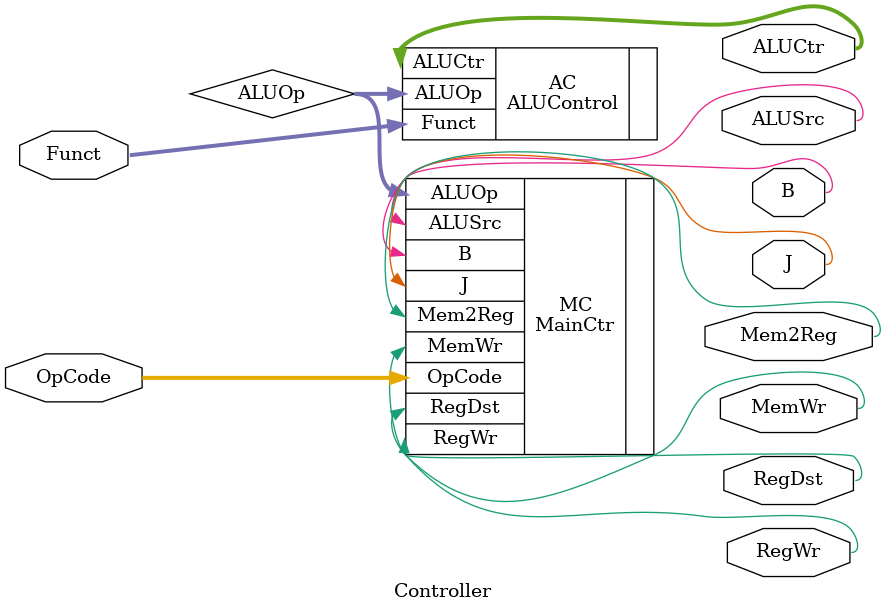
<source format=v>
`timescale 1ns / 1ps
module Controller (OpCode, Funct, J, B, RegDst, RegWr, ALUSrc, MemWr, Mem2Reg, ALUCtr);
    input [5:0] OpCode;
    input [5:0] Funct;
    output J;
    output B;
    output RegDst;
    output RegWr;
    output ALUSrc;
    output MemWr;
    output Mem2Reg;
    output [3:0] ALUCtr;

    wire [1:0] ALUOp;

    MainCtr MC (
        .OpCode(OpCode),
        .J(J),
        .B(B),
        .RegDst(RegDst),
        .RegWr(RegWr),
        .ALUSrc(ALUSrc),
        .MemWr(MemWr),
        .Mem2Reg(Mem2Reg),
        .ALUOp(ALUOp)
    );

    ALUControl AC (
        .ALUOp(ALUOp),
        .Funct(Funct),
        .ALUCtr(ALUCtr)
    );
endmodule
</source>
